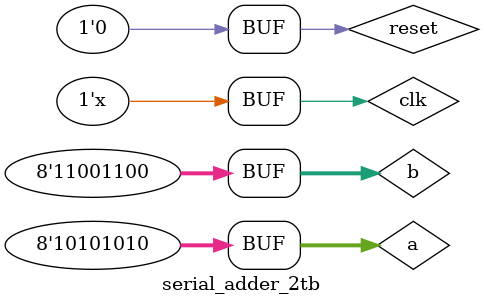
<source format=v>
module serial_adder2 (
  input clk,reset,
  input [7:0] a,b,
  output reg [7:0] sum
);
  
  reg [7:0] carry;
  
  always @(posedge clk) begin
    if (reset) begin
      sum <= 8'b0;
      carry <= 8'b0;
    end else begin
      sum <= carry + a + b;
      carry <= sum[8];
    end
  end

endmodule
module serial_adder_2tb;
  
  reg clk, reset;
  reg [7:0] a, b;
  wire [7:0] sum;
  
  serial_adder2 SA (
    .clk(clk),
    .reset(reset),
    .a(a),
    .b(b),
    .sum(sum)
  );
  
  initial begin
    clk = 0;
    reset = 1;
    a = 8'b10101010;
    b = 8'b11001100;
    #10;
    reset = 0;
    a = 8'b10101010;
    b = 8'b11001100;
    #10;
  end
  always #5 clk = ~clk; 
  
//   always @(posedge clk) begin
//     if (reset) begin
//       $display("Reset");
//     end else begin
//       $display("Sum: %d", sum);
//     end
//   end

endmodule


</source>
